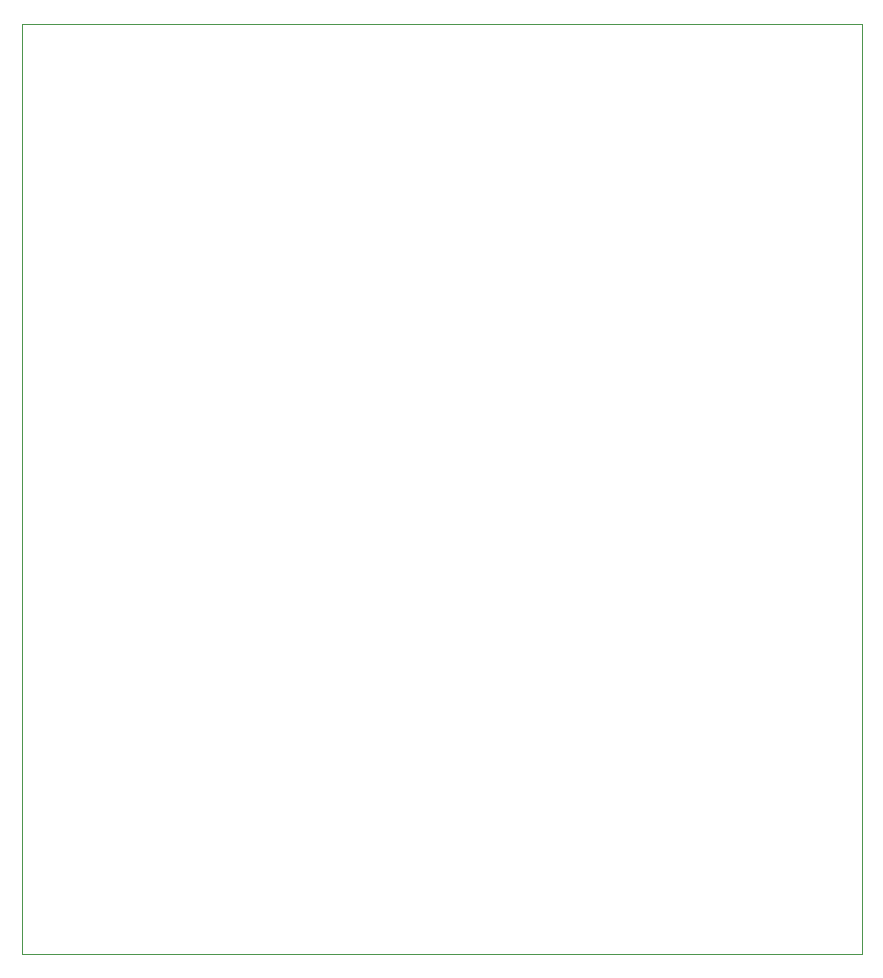
<source format=gbr>
%TF.GenerationSoftware,KiCad,Pcbnew,9.0.0-9.0.0-2~ubuntu24.04.1*%
%TF.CreationDate,2025-03-20T03:38:20-04:00*%
%TF.ProjectId,LVDS_RasPi_Hat,4c564453-5f52-4617-9350-695f4861742e,2*%
%TF.SameCoordinates,Original*%
%TF.FileFunction,Other,User*%
%FSLAX46Y46*%
G04 Gerber Fmt 4.6, Leading zero omitted, Abs format (unit mm)*
G04 Created by KiCad (PCBNEW 9.0.0-9.0.0-2~ubuntu24.04.1) date 2025-03-20 03:38:20*
%MOMM*%
%LPD*%
G01*
G04 APERTURE LIST*
%ADD10C,0.100000*%
G04 APERTURE END LIST*
D10*
X53340000Y-53340000D02*
X124460000Y-53340000D01*
X124460000Y-132080000D01*
X53340000Y-132080000D01*
X53340000Y-53340000D01*
M02*

</source>
